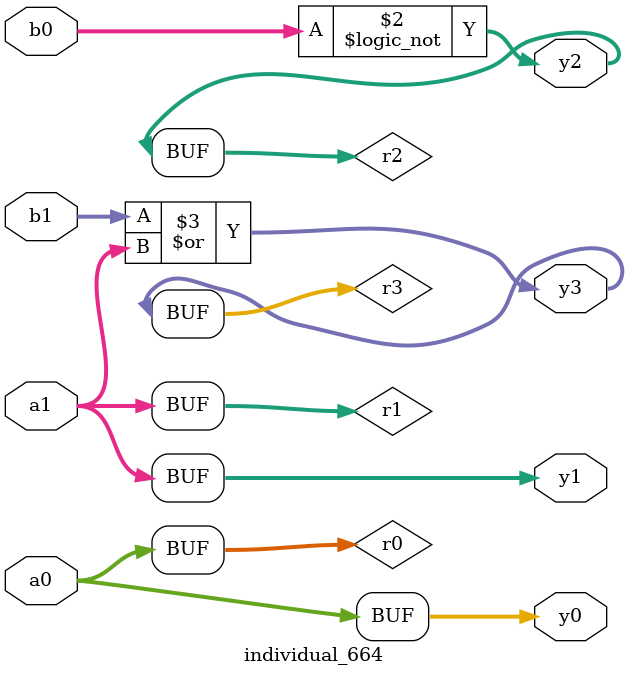
<source format=sv>
module individual_664(input logic [15:0] a1, input logic [15:0] a0, input logic [15:0] b1, input logic [15:0] b0, output logic [15:0] y3, output logic [15:0] y2, output logic [15:0] y1, output logic [15:0] y0);
logic [15:0] r0, r1, r2, r3; 
 always@(*) begin 
	 r0 = a0; r1 = a1; r2 = b0; r3 = b1; 
 	 r2 = ! r2 ;
 	 r3  |=  a1 ;
 	 y3 = r3; y2 = r2; y1 = r1; y0 = r0; 
end
endmodule
</source>
